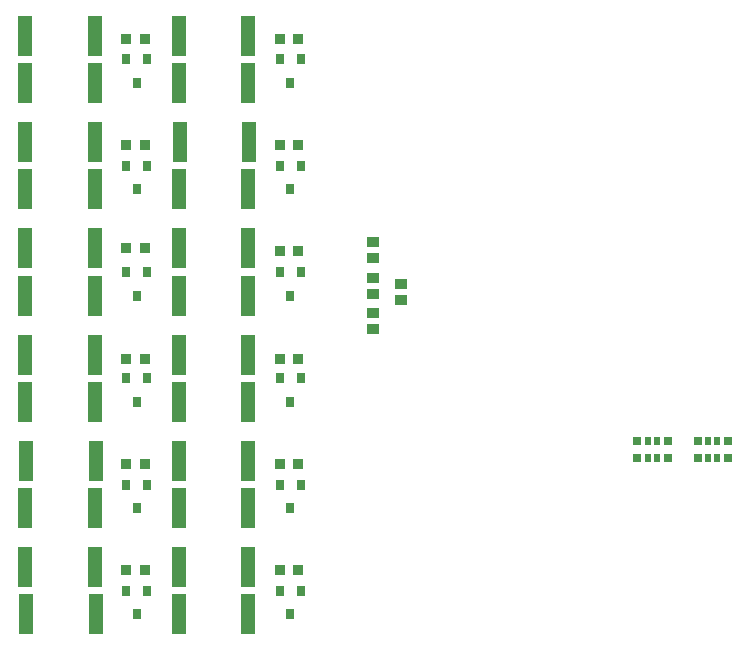
<source format=gbp>
G04*
G04 #@! TF.GenerationSoftware,Altium Limited,Altium Designer,19.0.10 (269)*
G04*
G04 Layer_Color=128*
%FSLAX25Y25*%
%MOIN*%
G70*
G01*
G75*
%ADD27R,0.03937X0.03543*%
%ADD31R,0.03347X0.03347*%
%ADD37R,0.02520X0.02756*%
%ADD38R,0.01968X0.02756*%
%ADD95R,0.04921X0.13386*%
%ADD96R,0.03150X0.03543*%
D27*
X161417Y124016D02*
D03*
Y118701D02*
D03*
Y112205D02*
D03*
Y106890D02*
D03*
X170866Y122047D02*
D03*
Y116732D02*
D03*
X161417Y135827D02*
D03*
Y130512D02*
D03*
D31*
X79134Y26575D02*
D03*
X85236D02*
D03*
X79134Y62008D02*
D03*
X85236D02*
D03*
X79134Y97047D02*
D03*
X85236D02*
D03*
X79134Y133858D02*
D03*
X85236D02*
D03*
X79134Y168307D02*
D03*
X85236D02*
D03*
X79134Y203740D02*
D03*
X85236D02*
D03*
X130315D02*
D03*
X136417D02*
D03*
X130315Y168307D02*
D03*
X136417D02*
D03*
X130315Y132874D02*
D03*
X136417D02*
D03*
X130315Y97047D02*
D03*
X136417D02*
D03*
X130315Y62008D02*
D03*
X136417D02*
D03*
X130315Y26575D02*
D03*
X136417D02*
D03*
D37*
X259567Y63976D02*
D03*
X249488D02*
D03*
X259567Y69488D02*
D03*
X249488D02*
D03*
X279646Y63976D02*
D03*
X269567D02*
D03*
X279646Y69488D02*
D03*
X269567D02*
D03*
D38*
X256102Y63976D02*
D03*
X252953D02*
D03*
X256102Y69488D02*
D03*
X252953D02*
D03*
X276181Y63976D02*
D03*
X273031D02*
D03*
X276181Y69488D02*
D03*
X273031D02*
D03*
D95*
X96653Y188976D02*
D03*
X119882D02*
D03*
Y153543D02*
D03*
X96653D02*
D03*
X119882Y11811D02*
D03*
X96653D02*
D03*
X119882Y27559D02*
D03*
X96653D02*
D03*
X119882Y47244D02*
D03*
X96653D02*
D03*
X119882Y62992D02*
D03*
X96653D02*
D03*
X119882Y98425D02*
D03*
X96653D02*
D03*
X119882Y82677D02*
D03*
X96653D02*
D03*
X119882Y118110D02*
D03*
X96653D02*
D03*
X119882Y133858D02*
D03*
X96653D02*
D03*
X96969Y169291D02*
D03*
X120197D02*
D03*
X96653Y204724D02*
D03*
X119882D02*
D03*
X45472D02*
D03*
X68701D02*
D03*
X45472Y188976D02*
D03*
X68701D02*
D03*
X45472Y169291D02*
D03*
X68701D02*
D03*
X45472Y153543D02*
D03*
X68701D02*
D03*
X45472Y133858D02*
D03*
X68701D02*
D03*
X45472Y118110D02*
D03*
X68701D02*
D03*
X45472Y98425D02*
D03*
X68701D02*
D03*
X45472Y82677D02*
D03*
X68701D02*
D03*
X45669Y62992D02*
D03*
X68898D02*
D03*
X45472Y47244D02*
D03*
X68701D02*
D03*
X45472Y27559D02*
D03*
X68701D02*
D03*
X45669Y11811D02*
D03*
X68898D02*
D03*
D96*
X82677D02*
D03*
X86221Y19685D02*
D03*
X79134D02*
D03*
X82677Y47244D02*
D03*
X86221Y55118D02*
D03*
X79134D02*
D03*
X82677Y82677D02*
D03*
X86221Y90551D02*
D03*
X79134D02*
D03*
X82677Y118110D02*
D03*
X86221Y125984D02*
D03*
X79134D02*
D03*
X82677Y153543D02*
D03*
X86221Y161417D02*
D03*
X79134D02*
D03*
X82677Y188976D02*
D03*
X86221Y196850D02*
D03*
X79134D02*
D03*
X133858Y188976D02*
D03*
X137402Y196850D02*
D03*
X130315D02*
D03*
X133858Y153543D02*
D03*
X137402Y161417D02*
D03*
X130315D02*
D03*
X133858Y118110D02*
D03*
X137402Y125984D02*
D03*
X130315D02*
D03*
X133858Y82677D02*
D03*
X137402Y90551D02*
D03*
X130315D02*
D03*
X133858Y47244D02*
D03*
X137402Y55118D02*
D03*
X130315D02*
D03*
X133858Y11811D02*
D03*
X137402Y19685D02*
D03*
X130315D02*
D03*
M02*

</source>
